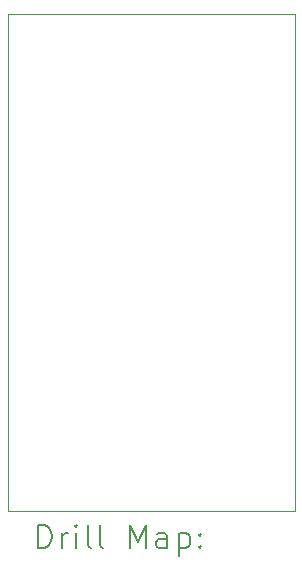
<source format=gbr>
%TF.GenerationSoftware,KiCad,Pcbnew,7.0.5-0*%
%TF.CreationDate,2023-07-31T20:50:07+02:00*%
%TF.ProjectId,wireless-wizard-wand,77697265-6c65-4737-932d-77697a617264,rev?*%
%TF.SameCoordinates,Original*%
%TF.FileFunction,Drillmap*%
%TF.FilePolarity,Positive*%
%FSLAX45Y45*%
G04 Gerber Fmt 4.5, Leading zero omitted, Abs format (unit mm)*
G04 Created by KiCad (PCBNEW 7.0.5-0) date 2023-07-31 20:50:07*
%MOMM*%
%LPD*%
G01*
G04 APERTURE LIST*
%ADD10C,0.100000*%
%ADD11C,0.200000*%
G04 APERTURE END LIST*
D10*
X8140000Y-2830000D02*
X10570000Y-2830000D01*
X10570000Y-7040000D01*
X8140000Y-7040000D01*
X8140000Y-2830000D01*
D11*
X8395777Y-7356484D02*
X8395777Y-7156484D01*
X8395777Y-7156484D02*
X8443396Y-7156484D01*
X8443396Y-7156484D02*
X8471967Y-7166008D01*
X8471967Y-7166008D02*
X8491015Y-7185055D01*
X8491015Y-7185055D02*
X8500539Y-7204103D01*
X8500539Y-7204103D02*
X8510063Y-7242198D01*
X8510063Y-7242198D02*
X8510063Y-7270769D01*
X8510063Y-7270769D02*
X8500539Y-7308865D01*
X8500539Y-7308865D02*
X8491015Y-7327912D01*
X8491015Y-7327912D02*
X8471967Y-7346960D01*
X8471967Y-7346960D02*
X8443396Y-7356484D01*
X8443396Y-7356484D02*
X8395777Y-7356484D01*
X8595777Y-7356484D02*
X8595777Y-7223150D01*
X8595777Y-7261246D02*
X8605301Y-7242198D01*
X8605301Y-7242198D02*
X8614824Y-7232674D01*
X8614824Y-7232674D02*
X8633872Y-7223150D01*
X8633872Y-7223150D02*
X8652920Y-7223150D01*
X8719586Y-7356484D02*
X8719586Y-7223150D01*
X8719586Y-7156484D02*
X8710063Y-7166008D01*
X8710063Y-7166008D02*
X8719586Y-7175531D01*
X8719586Y-7175531D02*
X8729110Y-7166008D01*
X8729110Y-7166008D02*
X8719586Y-7156484D01*
X8719586Y-7156484D02*
X8719586Y-7175531D01*
X8843396Y-7356484D02*
X8824348Y-7346960D01*
X8824348Y-7346960D02*
X8814824Y-7327912D01*
X8814824Y-7327912D02*
X8814824Y-7156484D01*
X8948158Y-7356484D02*
X8929110Y-7346960D01*
X8929110Y-7346960D02*
X8919586Y-7327912D01*
X8919586Y-7327912D02*
X8919586Y-7156484D01*
X9176729Y-7356484D02*
X9176729Y-7156484D01*
X9176729Y-7156484D02*
X9243396Y-7299341D01*
X9243396Y-7299341D02*
X9310063Y-7156484D01*
X9310063Y-7156484D02*
X9310063Y-7356484D01*
X9491015Y-7356484D02*
X9491015Y-7251722D01*
X9491015Y-7251722D02*
X9481491Y-7232674D01*
X9481491Y-7232674D02*
X9462444Y-7223150D01*
X9462444Y-7223150D02*
X9424348Y-7223150D01*
X9424348Y-7223150D02*
X9405301Y-7232674D01*
X9491015Y-7346960D02*
X9471967Y-7356484D01*
X9471967Y-7356484D02*
X9424348Y-7356484D01*
X9424348Y-7356484D02*
X9405301Y-7346960D01*
X9405301Y-7346960D02*
X9395777Y-7327912D01*
X9395777Y-7327912D02*
X9395777Y-7308865D01*
X9395777Y-7308865D02*
X9405301Y-7289817D01*
X9405301Y-7289817D02*
X9424348Y-7280293D01*
X9424348Y-7280293D02*
X9471967Y-7280293D01*
X9471967Y-7280293D02*
X9491015Y-7270769D01*
X9586253Y-7223150D02*
X9586253Y-7423150D01*
X9586253Y-7232674D02*
X9605301Y-7223150D01*
X9605301Y-7223150D02*
X9643396Y-7223150D01*
X9643396Y-7223150D02*
X9662444Y-7232674D01*
X9662444Y-7232674D02*
X9671967Y-7242198D01*
X9671967Y-7242198D02*
X9681491Y-7261246D01*
X9681491Y-7261246D02*
X9681491Y-7318388D01*
X9681491Y-7318388D02*
X9671967Y-7337436D01*
X9671967Y-7337436D02*
X9662444Y-7346960D01*
X9662444Y-7346960D02*
X9643396Y-7356484D01*
X9643396Y-7356484D02*
X9605301Y-7356484D01*
X9605301Y-7356484D02*
X9586253Y-7346960D01*
X9767205Y-7337436D02*
X9776729Y-7346960D01*
X9776729Y-7346960D02*
X9767205Y-7356484D01*
X9767205Y-7356484D02*
X9757682Y-7346960D01*
X9757682Y-7346960D02*
X9767205Y-7337436D01*
X9767205Y-7337436D02*
X9767205Y-7356484D01*
X9767205Y-7232674D02*
X9776729Y-7242198D01*
X9776729Y-7242198D02*
X9767205Y-7251722D01*
X9767205Y-7251722D02*
X9757682Y-7242198D01*
X9757682Y-7242198D02*
X9767205Y-7232674D01*
X9767205Y-7232674D02*
X9767205Y-7251722D01*
M02*

</source>
